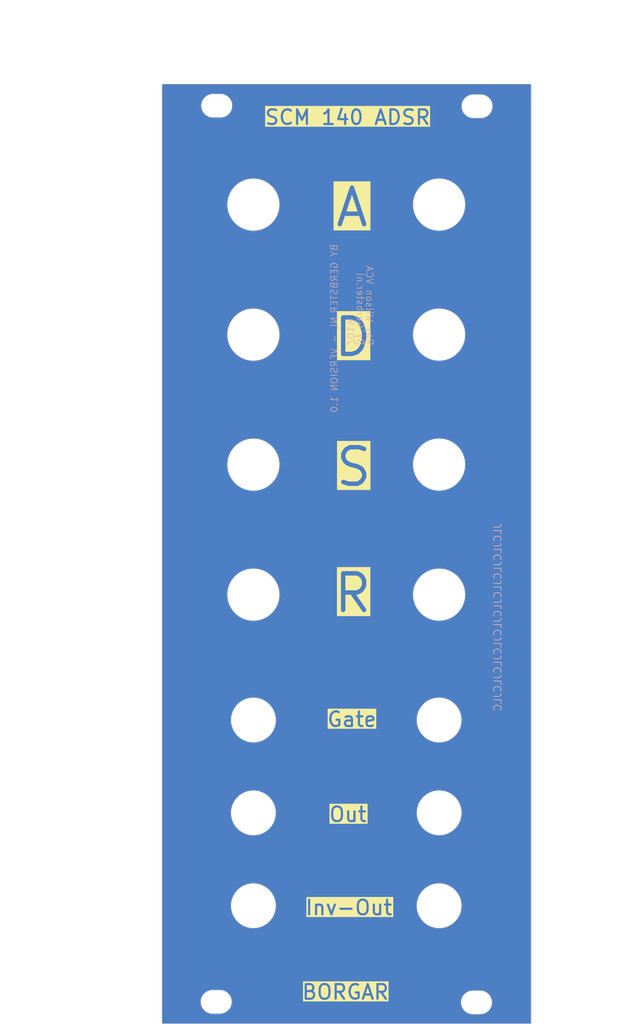
<source format=kicad_pcb>
(kicad_pcb (version 20240108) (generator "pcbnew") (generator_version "8.0")
  (layers (0 "F.Cu" signal) (31 "B.Cu" signal) (34 "B.Paste" user) (35 "F.Paste" user) (36 "B.SilkS" user "B.Silkscreen") (37 "F.SilkS" user "F.Silkscreen") (38 "B.Mask" user) (39 "F.Mask" user) (44 "Edge.Cuts" user))
  (net 0 "")
  (footprint "1UserLibrary:SVD130Y" (layer "F.Cu") (at 105.295958 99.934945)
    (property "Reference" "G***" (hide yes))
    (property "Value" "LOGO" (hide yes))
  )
  (gr_circle (center 139.200736 121.40373) (end 142.250736 121.40373) (stroke (width 0.05)) (fill none) (layer "Edge.Cuts"))
  (gr_circle (center 113.799298 146.804884) (end 116.849298 146.804884) (stroke (width 0.05)) (fill none) (layer "Edge.Cuts"))
  (gr_line (start 109.288958 35.794945) (end 108.288958 35.794945) (stroke (width 0.05)) (layer "Edge.Cuts"))
  (gr_line (start 108.288958 38.994945) (end 109.288958 38.994945) (stroke (width 0.05)) (layer "Edge.Cuts"))
  (gr_circle (center 139.20573 134.094513) (end 142.25573 134.094513) (stroke (width 0.05)) (fill none) (layer "Edge.Cuts"))
  (gr_line (start 143.813231 161.622079) (end 144.813231 161.622079) (stroke (width 0.05)) (layer "Edge.Cuts"))
  (gr_circle (center 139.199931 146.803416) (end 142.249931 146.803416) (stroke (width 0.05)) (fill none) (layer "Edge.Cuts"))
  (gr_line (start 144.888917 35.868786) (end 143.888917 35.868786) (stroke (width 0.05)) (layer "Edge.Cuts"))
  (gr_arc (start 144.888917 35.868786) (mid 146.489 37.468786) (end 144.888917 39.068786) (stroke (width 0.05)) (layer "Edge.Cuts"))
  (gr_circle (center 139.201372 104.257692) (end 142.751372 104.257692) (stroke (width 0.05)) (fill none) (layer "Edge.Cuts"))
  (gr_circle (center 139.200185 86.470217) (end 142.750185 86.470217) (stroke (width 0.05)) (fill none) (layer "Edge.Cuts"))
  (gr_line (start 143.888917 39.068786) (end 144.888917 39.068786) (stroke (width 0.05)) (layer "Edge.Cuts"))
  (gr_arc (start 143.888917 39.068786) (mid 142.288958 37.468786) (end 143.888917 35.868786) (stroke (width 0.05)) (layer "Edge.Cuts"))
  (gr_arc (start 109.288958 35.794945) (mid 110.888999 37.394946) (end 109.288958 38.994945) (stroke (width 0.05)) (layer "Edge.Cuts"))
  (gr_arc (start 108.288958 38.994945) (mid 106.688999 37.394946) (end 108.288958 35.794945) (stroke (width 0.05)) (layer "Edge.Cuts"))
  (gr_rect (start 101.295958 34.434945) (end 151.795958 162.934945) (stroke (width 0.05)) (fill none) (layer "Edge.Cuts"))
  (gr_circle (center 113.799806 50.91999) (end 117.349806 50.91999) (stroke (width 0.05)) (fill none) (layer "Edge.Cuts"))
  (gr_circle (center 113.799291 134.103005) (end 116.849291 134.103005) (stroke (width 0.05)) (fill none) (layer "Edge.Cuts"))
  (gr_line (start 144.813231 158.422079) (end 143.813231 158.422079) (stroke (width 0.05)) (layer "Edge.Cuts"))
  (gr_line (start 109.223958 158.341945) (end 108.213272 158.348238) (stroke (width 0.05)) (layer "Edge.Cuts"))
  (gr_arc (start 109.223958 158.341945) (mid 110.823999 159.941946) (end 109.223958 161.541945) (stroke (width 0.05)) (layer "Edge.Cuts"))
  (gr_arc (start 108.213272 161.548238) (mid 106.613313 159.948238) (end 108.213272 158.348238) (stroke (width 0.05)) (layer "Edge.Cuts"))
  (gr_line (start 109.223958 161.541945) (end 108.213272 161.548238) (stroke (width 0.05)) (layer "Edge.Cuts"))
  (gr_circle (center 113.799298 104.258865) (end 117.349298 104.258865) (stroke (width 0.05)) (fill none) (layer "Edge.Cuts"))
  (gr_circle (center 139.199096 68.699923) (end 142.749096 68.699923) (stroke (width 0.05)) (fill none) (layer "Edge.Cuts"))
  (gr_circle (center 113.800766 68.699317) (end 117.350766 68.699317) (stroke (width 0.05)) (fill none) (layer "Edge.Cuts"))
  (gr_circle (center 113.802818 121.405) (end 116.852818 121.405) (stroke (width 0.05)) (fill none) (layer "Edge.Cuts"))
  (gr_arc (start 144.813231 158.422079) (mid 146.413265 160.022086) (end 144.813231 161.622079) (stroke (width 0.05)) (layer "Edge.Cuts"))
  (gr_circle (center 113.800766 86.479631) (end 117.350766 86.479631) (stroke (width 0.05)) (fill none) (layer "Edge.Cuts"))
  (gr_arc (start 143.813231 161.622079) (mid 142.213265 160.022086) (end 143.813231 158.422079) (stroke (width 0.05)) (layer "Edge.Cuts"))
  (gr_circle (center 139.199669 50.919358) (end 142.749669 50.919358) (stroke (width 0.05)) (fill none) (layer "Edge.Cuts"))
  (gr_text "Ray Wilson VCA" (at 129.135958 70.234945 -90) (layer "B.SilkS") (effects (font (size 0.93472 0.93472) (thickness 0.08128)) (justify left bottom mirror)))
  (gr_text "2019" (at 126.595958 70.234945 -90) (layer "B.SilkS") (effects (font (size 0.93472 0.93472) (thickness 0.08128)) (justify left bottom mirror)))
  (gr_text "By Gerbster.nl" (at 127.865958 70.234945 -90) (layer "B.SilkS") (effects (font (size 0.93472 0.93472) (thickness 0.08128)) (justify left bottom mirror)))
  (gr_text "JLCJLCJLCJLCJLCJLCJLCJLCJLCJLC" (at 147.795958 94.434945 90) (layer "B.SilkS") (effects (font (size 1 1) (thickness 0.1)) (justify left bottom mirror)))
  (gr_text "BY GERBSTER.NL - VERSION 1.0" (at 125.408916 56.261159 90) (layer "B.SilkS") (effects (font (size 0.93472 0.93472) (thickness 0.08128)) (justify left bottom mirror)))
  (gr_text "S" (at 124.745958 89.734945 0) (layer "F.SilkS" knockout) (effects (font (size 5 5) (thickness 0.6)) (justify left bottom)))
  (gr_text "A" (at 124.745958 54.234945 0) (layer "F.SilkS" knockout) (effects (font (size 5 5) (thickness 0.6)) (justify left bottom)))
  (gr_text "Gate" (at 123.745958 122.484945 0) (layer "F.SilkS" knockout) (effects (font (size 2 2) (thickness 0.3)) (justify left bottom)))
  (gr_text "SCM 140 ADSR" (at 115.200736 40.15373 0) (layer "F.SilkS" knockout) (effects (font (size 2 2) (thickness 0.3) (bold yes)) (justify left bottom)))
  (gr_text "BORGAR" (at 120.286265 159.775393 0) (layer "F.SilkS" knockout) (effects (font (size 2 2) (thickness 0.3)) (justify left bottom)))
  (gr_text "Out" (at 123.995958 135.484945 0) (layer "F.SilkS" knockout) (effects (font (size 2 2) (thickness 0.3)) (justify left bottom)))
  (gr_text "R" (at 124.495958 106.984945 0) (layer "F.SilkS" knockout) (effects (font (size 5 5) (thickness 0.6)) (justify left bottom)))
  (gr_text "Inv-Out" (at 120.745958 148.234945 0) (layer "F.SilkS" knockout) (effects (font (size 2 2) (thickness 0.3)) (justify left bottom)))
  (gr_text "D" (at 124.495958 71.984945 0) (layer "F.SilkS" knockout) (effects (font (size 5 5) (thickness 0.6)) (justify left bottom)))
  (zone (net 0) (net_name "") (layers "F&B.Cu") (connect_pads (clearance 0.5)) (min_thickness 0.25) (fill yes (thermal_gap 0.5) (thermal_bridge_width 0.5) (island_removal_mode 1) (island_area_min 10))
    (polygon (pts (xy 101.292298 34.4414) (xy 151.795958 34.444286) (xy 151.795958 162.942672) (xy 101.294806 162.947369)))
  )
)
</source>
